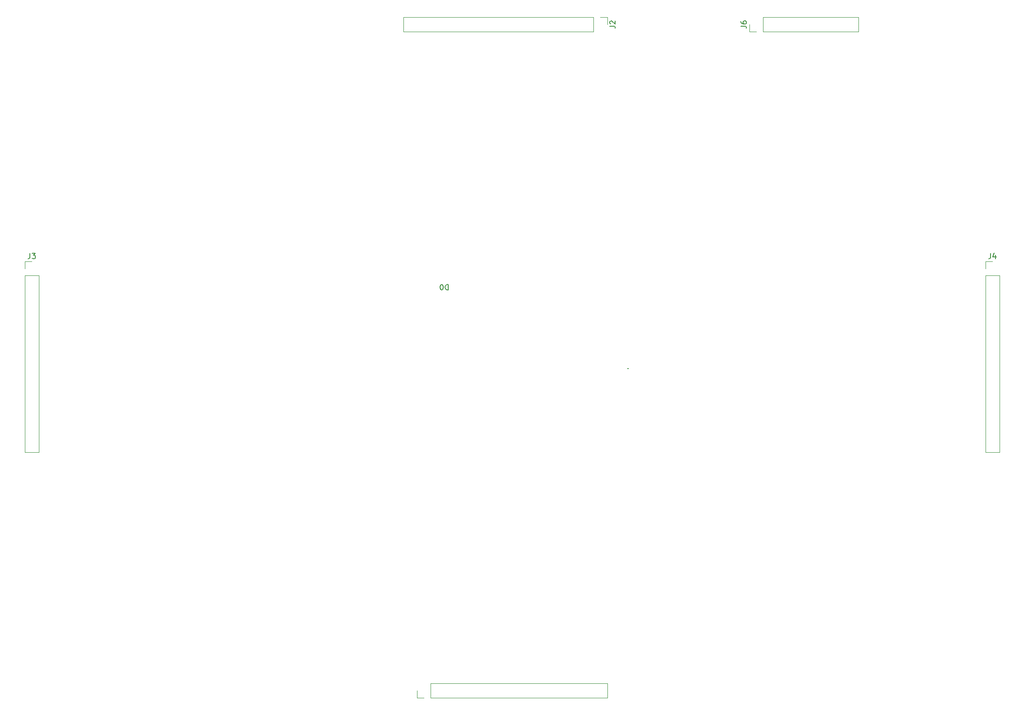
<source format=gbr>
%TF.GenerationSoftware,KiCad,Pcbnew,7.0.7*%
%TF.CreationDate,2024-07-17T17:06:10+10:00*%
%TF.ProjectId,MIDIAutomationSequencerPROC,4d494449-4175-4746-9f6d-6174696f6e53,rev?*%
%TF.SameCoordinates,Original*%
%TF.FileFunction,Legend,Top*%
%TF.FilePolarity,Positive*%
%FSLAX46Y46*%
G04 Gerber Fmt 4.6, Leading zero omitted, Abs format (unit mm)*
G04 Created by KiCad (PCBNEW 7.0.7) date 2024-07-17 17:06:10*
%MOMM*%
%LPD*%
G01*
G04 APERTURE LIST*
%ADD10C,0.150000*%
%ADD11C,0.120000*%
G04 APERTURE END LIST*
D10*
X143770819Y-119459333D02*
X144485104Y-119459333D01*
X144485104Y-119459333D02*
X144627961Y-119506952D01*
X144627961Y-119506952D02*
X144723200Y-119602190D01*
X144723200Y-119602190D02*
X144770819Y-119745047D01*
X144770819Y-119745047D02*
X144770819Y-119840285D01*
X143866057Y-119030761D02*
X143818438Y-118983142D01*
X143818438Y-118983142D02*
X143770819Y-118887904D01*
X143770819Y-118887904D02*
X143770819Y-118649809D01*
X143770819Y-118649809D02*
X143818438Y-118554571D01*
X143818438Y-118554571D02*
X143866057Y-118506952D01*
X143866057Y-118506952D02*
X143961295Y-118459333D01*
X143961295Y-118459333D02*
X144056533Y-118459333D01*
X144056533Y-118459333D02*
X144199390Y-118506952D01*
X144199390Y-118506952D02*
X144770819Y-119078380D01*
X144770819Y-119078380D02*
X144770819Y-118459333D01*
X168320819Y-119459333D02*
X169035104Y-119459333D01*
X169035104Y-119459333D02*
X169177961Y-119506952D01*
X169177961Y-119506952D02*
X169273200Y-119602190D01*
X169273200Y-119602190D02*
X169320819Y-119745047D01*
X169320819Y-119745047D02*
X169320819Y-119840285D01*
X168320819Y-118554571D02*
X168320819Y-118745047D01*
X168320819Y-118745047D02*
X168368438Y-118840285D01*
X168368438Y-118840285D02*
X168416057Y-118887904D01*
X168416057Y-118887904D02*
X168558914Y-118983142D01*
X168558914Y-118983142D02*
X168749390Y-119030761D01*
X168749390Y-119030761D02*
X169130342Y-119030761D01*
X169130342Y-119030761D02*
X169225580Y-118983142D01*
X169225580Y-118983142D02*
X169273200Y-118935523D01*
X169273200Y-118935523D02*
X169320819Y-118840285D01*
X169320819Y-118840285D02*
X169320819Y-118649809D01*
X169320819Y-118649809D02*
X169273200Y-118554571D01*
X169273200Y-118554571D02*
X169225580Y-118506952D01*
X169225580Y-118506952D02*
X169130342Y-118459333D01*
X169130342Y-118459333D02*
X168892247Y-118459333D01*
X168892247Y-118459333D02*
X168797009Y-118506952D01*
X168797009Y-118506952D02*
X168749390Y-118554571D01*
X168749390Y-118554571D02*
X168701771Y-118649809D01*
X168701771Y-118649809D02*
X168701771Y-118840285D01*
X168701771Y-118840285D02*
X168749390Y-118935523D01*
X168749390Y-118935523D02*
X168797009Y-118983142D01*
X168797009Y-118983142D02*
X168892247Y-119030761D01*
X35226666Y-161970819D02*
X35226666Y-162685104D01*
X35226666Y-162685104D02*
X35179047Y-162827961D01*
X35179047Y-162827961D02*
X35083809Y-162923200D01*
X35083809Y-162923200D02*
X34940952Y-162970819D01*
X34940952Y-162970819D02*
X34845714Y-162970819D01*
X35607619Y-161970819D02*
X36226666Y-161970819D01*
X36226666Y-161970819D02*
X35893333Y-162351771D01*
X35893333Y-162351771D02*
X36036190Y-162351771D01*
X36036190Y-162351771D02*
X36131428Y-162399390D01*
X36131428Y-162399390D02*
X36179047Y-162447009D01*
X36179047Y-162447009D02*
X36226666Y-162542247D01*
X36226666Y-162542247D02*
X36226666Y-162780342D01*
X36226666Y-162780342D02*
X36179047Y-162875580D01*
X36179047Y-162875580D02*
X36131428Y-162923200D01*
X36131428Y-162923200D02*
X36036190Y-162970819D01*
X36036190Y-162970819D02*
X35750476Y-162970819D01*
X35750476Y-162970819D02*
X35655238Y-162923200D01*
X35655238Y-162923200D02*
X35607619Y-162875580D01*
X215058666Y-161970819D02*
X215058666Y-162685104D01*
X215058666Y-162685104D02*
X215011047Y-162827961D01*
X215011047Y-162827961D02*
X214915809Y-162923200D01*
X214915809Y-162923200D02*
X214772952Y-162970819D01*
X214772952Y-162970819D02*
X214677714Y-162970819D01*
X215963428Y-162304152D02*
X215963428Y-162970819D01*
X215725333Y-161923200D02*
X215487238Y-162637485D01*
X215487238Y-162637485D02*
X216106285Y-162637485D01*
X147192999Y-183493580D02*
X147145380Y-183541200D01*
X147145380Y-183541200D02*
X147192999Y-183588819D01*
X147192999Y-183588819D02*
X147240618Y-183541200D01*
X147240618Y-183541200D02*
X147192999Y-183493580D01*
X147192999Y-183493580D02*
X147192999Y-183588819D01*
X113514094Y-167820180D02*
X113514094Y-168820180D01*
X113514094Y-168820180D02*
X113275999Y-168820180D01*
X113275999Y-168820180D02*
X113133142Y-168772561D01*
X113133142Y-168772561D02*
X113037904Y-168677323D01*
X113037904Y-168677323D02*
X112990285Y-168582085D01*
X112990285Y-168582085D02*
X112942666Y-168391609D01*
X112942666Y-168391609D02*
X112942666Y-168248752D01*
X112942666Y-168248752D02*
X112990285Y-168058276D01*
X112990285Y-168058276D02*
X113037904Y-167963038D01*
X113037904Y-167963038D02*
X113133142Y-167867800D01*
X113133142Y-167867800D02*
X113275999Y-167820180D01*
X113275999Y-167820180D02*
X113514094Y-167820180D01*
X112323618Y-168820180D02*
X112228380Y-168820180D01*
X112228380Y-168820180D02*
X112133142Y-168772561D01*
X112133142Y-168772561D02*
X112085523Y-168724942D01*
X112085523Y-168724942D02*
X112037904Y-168629704D01*
X112037904Y-168629704D02*
X111990285Y-168439228D01*
X111990285Y-168439228D02*
X111990285Y-168201133D01*
X111990285Y-168201133D02*
X112037904Y-168010657D01*
X112037904Y-168010657D02*
X112085523Y-167915419D01*
X112085523Y-167915419D02*
X112133142Y-167867800D01*
X112133142Y-167867800D02*
X112228380Y-167820180D01*
X112228380Y-167820180D02*
X112323618Y-167820180D01*
X112323618Y-167820180D02*
X112418856Y-167867800D01*
X112418856Y-167867800D02*
X112466475Y-167915419D01*
X112466475Y-167915419D02*
X112514094Y-168010657D01*
X112514094Y-168010657D02*
X112561713Y-168201133D01*
X112561713Y-168201133D02*
X112561713Y-168439228D01*
X112561713Y-168439228D02*
X112514094Y-168629704D01*
X112514094Y-168629704D02*
X112466475Y-168724942D01*
X112466475Y-168724942D02*
X112418856Y-168772561D01*
X112418856Y-168772561D02*
X112323618Y-168820180D01*
D11*
%TO.C,J2*%
X143316000Y-117796000D02*
X143316000Y-119126000D01*
X141986000Y-117796000D02*
X143316000Y-117796000D01*
X140716000Y-117796000D02*
X105096000Y-117796000D01*
X140716000Y-117796000D02*
X140716000Y-120456000D01*
X105096000Y-117796000D02*
X105096000Y-120456000D01*
X140716000Y-120456000D02*
X105096000Y-120456000D01*
%TO.C,J5*%
X107636000Y-245170000D02*
X107636000Y-243840000D01*
X108966000Y-245170000D02*
X107636000Y-245170000D01*
X110236000Y-245170000D02*
X143316000Y-245170000D01*
X110236000Y-245170000D02*
X110236000Y-242510000D01*
X143316000Y-245170000D02*
X143316000Y-242510000D01*
X110236000Y-242510000D02*
X143316000Y-242510000D01*
%TO.C,J6*%
X169866000Y-120456000D02*
X169866000Y-119126000D01*
X171196000Y-120456000D02*
X169866000Y-120456000D01*
X172466000Y-120456000D02*
X190306000Y-120456000D01*
X172466000Y-120456000D02*
X172466000Y-117796000D01*
X190306000Y-120456000D02*
X190306000Y-117796000D01*
X172466000Y-117796000D02*
X190306000Y-117796000D01*
%TO.C,J3*%
X34230000Y-163516000D02*
X35560000Y-163516000D01*
X34230000Y-164846000D02*
X34230000Y-163516000D01*
X34230000Y-166116000D02*
X34230000Y-199196000D01*
X34230000Y-166116000D02*
X36890000Y-166116000D01*
X34230000Y-199196000D02*
X36890000Y-199196000D01*
X36890000Y-166116000D02*
X36890000Y-199196000D01*
%TO.C,J4*%
X214062000Y-163516000D02*
X215392000Y-163516000D01*
X214062000Y-164846000D02*
X214062000Y-163516000D01*
X214062000Y-166116000D02*
X214062000Y-199196000D01*
X214062000Y-166116000D02*
X216722000Y-166116000D01*
X214062000Y-199196000D02*
X216722000Y-199196000D01*
X216722000Y-166116000D02*
X216722000Y-199196000D01*
%TD*%
M02*

</source>
